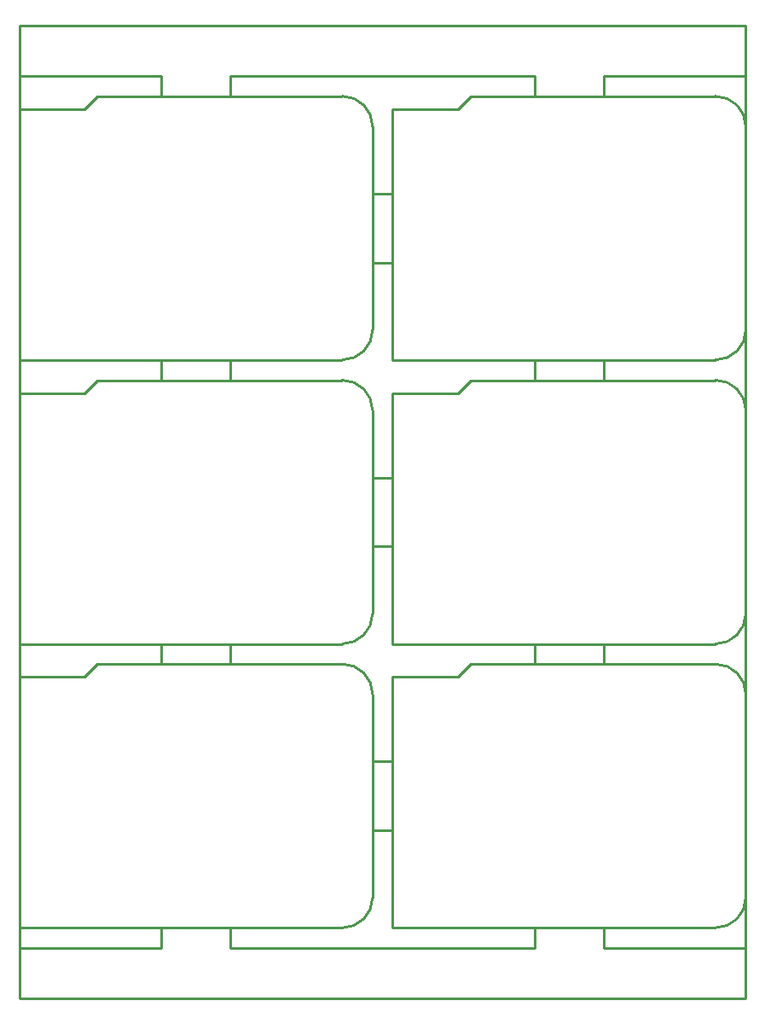
<source format=gko>
G04 Layer: BoardOutlineLayer*
G04 EasyEDA v6.5.9, 2022-07-22 15:10:41*
G04 7b4b3cc524da4ca09f73bc94dfdf97f7,4245c91a3b6e4cf7aa995480f5c7e4a3,10*
G04 Gerber Generator version 0.2*
G04 Scale: 100 percent, Rotated: No, Reflected: No *
G04 Dimensions in millimeters *
G04 leading zeros omitted , absolute positions ,4 integer and 5 decimal *
%FSLAX45Y45*%
%MOMM*%

%ADD10C,0.2540*%
D10*
X698500Y19672300D02*
G01*
X698500Y19672300D01*
X1346200Y19672300D01*
X1473200Y19799300D01*
X3903979Y19799300D01*
X698500Y17183100D02*
G01*
X698500Y19672300D01*
X3903979Y17183100D02*
G01*
X698500Y17183100D01*
X4203700Y19500100D02*
G01*
X4203700Y17483099D01*
G75*
G01*
X3903701Y19800100D02*
G02*
X4203700Y19500101I0J-299999D01*
G75*
G01*
X4203700Y17483099D02*
G02*
X3903701Y17183100I-299999J0D01*
X4403699Y19672300D02*
G01*
X4403699Y19672300D01*
X5051399Y19672300D01*
X5178399Y19799300D01*
X7609179Y19799300D01*
X4403699Y17183100D02*
G01*
X4403699Y19672300D01*
X7609179Y17183100D02*
G01*
X4403699Y17183100D01*
X7908899Y19500100D02*
G01*
X7908899Y17483099D01*
G75*
G01*
X7608900Y19800100D02*
G02*
X7908900Y19500101I0J-299999D01*
G75*
G01*
X7908900Y17483099D02*
G02*
X7608900Y17183100I-300000J0D01*
X698500Y16855300D02*
G01*
X698500Y16855300D01*
X1346200Y16855300D01*
X1473200Y16982300D01*
X3903979Y16982300D01*
X698500Y14366100D02*
G01*
X698500Y16855300D01*
X3903979Y14366100D02*
G01*
X698500Y14366100D01*
X4203700Y16683101D02*
G01*
X4203700Y14666099D01*
G75*
G01*
X3903701Y16983100D02*
G02*
X4203700Y16683101I0J-299999D01*
G75*
G01*
X4203700Y14666100D02*
G02*
X3903701Y14366100I-299999J0D01*
X4403699Y16855300D02*
G01*
X4403699Y16855300D01*
X5051399Y16855300D01*
X5178399Y16982300D01*
X7609179Y16982300D01*
X4403699Y14366100D02*
G01*
X4403699Y16855300D01*
X7609179Y14366100D02*
G01*
X4403699Y14366100D01*
X7908899Y16683101D02*
G01*
X7908899Y14666099D01*
G75*
G01*
X7608900Y16983100D02*
G02*
X7908900Y16683101I0J-299999D01*
G75*
G01*
X7908900Y14666100D02*
G02*
X7608900Y14366100I-300000J0D01*
X698500Y14038300D02*
G01*
X698500Y14038300D01*
X1346200Y14038300D01*
X1473200Y14165300D01*
X3903979Y14165300D01*
X698500Y11549100D02*
G01*
X698500Y14038300D01*
X3903979Y11549100D02*
G01*
X698500Y11549100D01*
X4203700Y13866101D02*
G01*
X4203700Y11849100D01*
G75*
G01*
X3903701Y14166101D02*
G02*
X4203700Y13866101I0J-300000D01*
G75*
G01*
X4203700Y11849100D02*
G02*
X3903701Y11549101I-299999J0D01*
X4403699Y14038300D02*
G01*
X4403699Y14038300D01*
X5051399Y14038300D01*
X5178399Y14165300D01*
X7609179Y14165300D01*
X4403699Y11549100D02*
G01*
X4403699Y14038300D01*
X7609179Y11549100D02*
G01*
X4403699Y11549100D01*
X7908899Y13866101D02*
G01*
X7908899Y11849100D01*
G75*
G01*
X7608900Y14166101D02*
G02*
X7908900Y13866101I0J-300000D01*
G75*
G01*
X7908900Y11849100D02*
G02*
X7608900Y11549101I-300000J0D01*
X698500Y20500098D02*
G01*
X7908899Y20500098D01*
X7908899Y10849102D01*
X698500Y10849102D01*
X698500Y20500098D01*
X2109096Y20000099D02*
G01*
X698500Y20000099D01*
X2109096Y11349101D02*
G01*
X698500Y11349101D01*
X5814296Y20000099D02*
G01*
X2793105Y20000099D01*
X5814296Y11349101D02*
G01*
X2793105Y11349101D01*
X7908899Y20000099D02*
G01*
X6498305Y20000099D01*
X7908899Y11349101D02*
G01*
X6498305Y11349101D01*
X2109096Y16991467D02*
G01*
X2109096Y17173933D01*
X2793105Y16991467D02*
G01*
X2793105Y17173933D01*
X5814296Y16991467D02*
G01*
X5814296Y17173933D01*
X6498305Y16991467D02*
G01*
X6498305Y17173933D01*
X2109096Y14174467D02*
G01*
X2109096Y14356933D01*
X2793105Y14174467D02*
G01*
X2793105Y14356933D01*
X5814296Y14174467D02*
G01*
X5814296Y14356933D01*
X6498305Y14174467D02*
G01*
X6498305Y14356933D01*
X4394532Y18833604D02*
G01*
X4212866Y18833604D01*
X4394532Y18149595D02*
G01*
X4212866Y18149595D01*
X4394532Y16016605D02*
G01*
X4212866Y16016605D01*
X4394532Y15332595D02*
G01*
X4212866Y15332595D01*
X4394532Y13199605D02*
G01*
X4212866Y13199605D01*
X4394532Y12515596D02*
G01*
X4212866Y12515596D01*
X2109096Y19808466D02*
G01*
X2109096Y20000099D01*
X2109096Y11349101D02*
G01*
X2109096Y11539933D01*
X2793105Y19808466D02*
G01*
X2793105Y20000099D01*
X2793105Y11349101D02*
G01*
X2793105Y11539933D01*
X5814296Y19808466D02*
G01*
X5814296Y20000099D01*
X5814296Y11349101D02*
G01*
X5814296Y11539933D01*
X6498305Y19808466D02*
G01*
X6498305Y20000099D01*
X6498305Y11349101D02*
G01*
X6498305Y11539933D01*

%LPD*%
M02*

</source>
